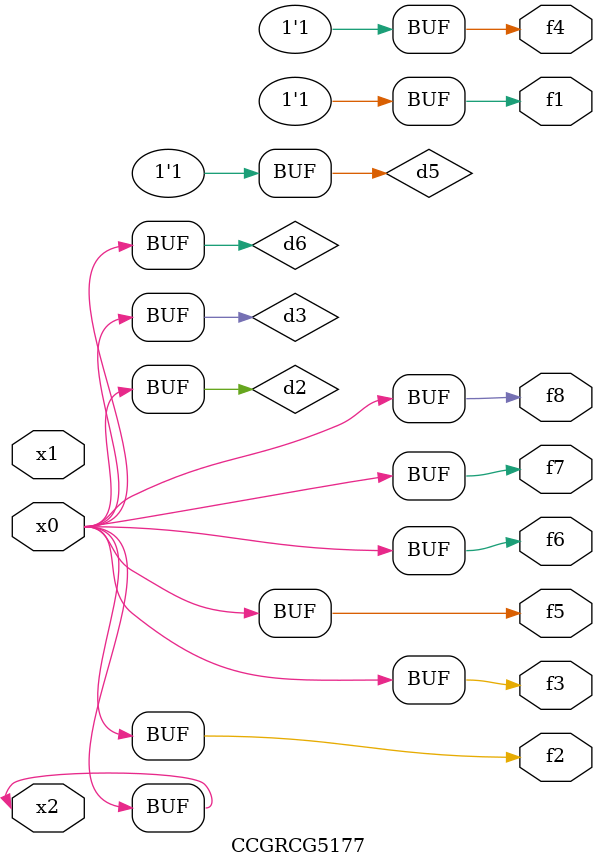
<source format=v>
module CCGRCG5177(
	input x0, x1, x2,
	output f1, f2, f3, f4, f5, f6, f7, f8
);

	wire d1, d2, d3, d4, d5, d6;

	xnor (d1, x2);
	buf (d2, x0, x2);
	and (d3, x0);
	xnor (d4, x1, x2);
	nand (d5, d1, d3);
	buf (d6, d2, d3);
	assign f1 = d5;
	assign f2 = d6;
	assign f3 = d6;
	assign f4 = d5;
	assign f5 = d6;
	assign f6 = d6;
	assign f7 = d6;
	assign f8 = d6;
endmodule

</source>
